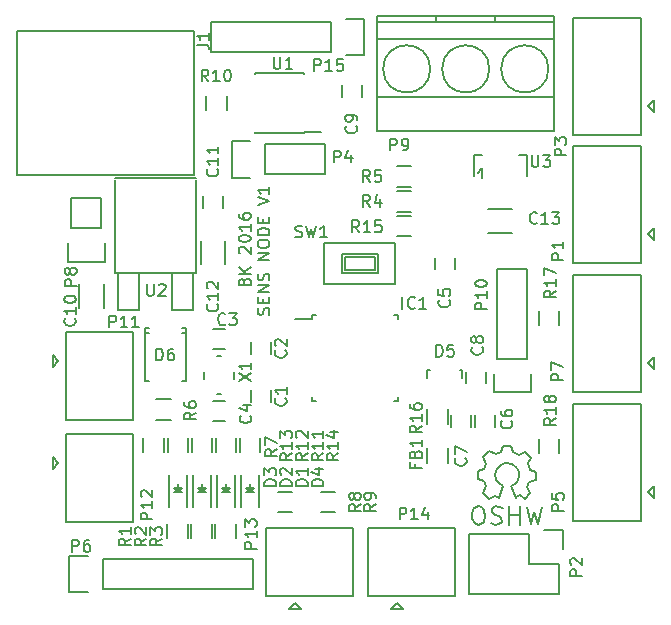
<source format=gto>
G04 #@! TF.FileFunction,Legend,Top*
%FSLAX46Y46*%
G04 Gerber Fmt 4.6, Leading zero omitted, Abs format (unit mm)*
G04 Created by KiCad (PCBNEW 4.0.2-stable) date 3/23/2016 2:13:11 PM*
%MOMM*%
G01*
G04 APERTURE LIST*
%ADD10C,0.100000*%
%ADD11C,0.150000*%
G04 APERTURE END LIST*
D10*
D11*
X105719571Y-92820785D02*
X105767190Y-92677928D01*
X105814810Y-92630309D01*
X105910048Y-92582690D01*
X106052905Y-92582690D01*
X106148143Y-92630309D01*
X106195762Y-92677928D01*
X106243381Y-92773166D01*
X106243381Y-93154119D01*
X105243381Y-93154119D01*
X105243381Y-92820785D01*
X105291000Y-92725547D01*
X105338619Y-92677928D01*
X105433857Y-92630309D01*
X105529095Y-92630309D01*
X105624333Y-92677928D01*
X105671952Y-92725547D01*
X105719571Y-92820785D01*
X105719571Y-93154119D01*
X106243381Y-92154119D02*
X105243381Y-92154119D01*
X106243381Y-91582690D02*
X105671952Y-92011262D01*
X105243381Y-91582690D02*
X105814810Y-92154119D01*
X105338619Y-90439833D02*
X105291000Y-90392214D01*
X105243381Y-90296976D01*
X105243381Y-90058880D01*
X105291000Y-89963642D01*
X105338619Y-89916023D01*
X105433857Y-89868404D01*
X105529095Y-89868404D01*
X105671952Y-89916023D01*
X106243381Y-90487452D01*
X106243381Y-89868404D01*
X105243381Y-89249357D02*
X105243381Y-89154118D01*
X105291000Y-89058880D01*
X105338619Y-89011261D01*
X105433857Y-88963642D01*
X105624333Y-88916023D01*
X105862429Y-88916023D01*
X106052905Y-88963642D01*
X106148143Y-89011261D01*
X106195762Y-89058880D01*
X106243381Y-89154118D01*
X106243381Y-89249357D01*
X106195762Y-89344595D01*
X106148143Y-89392214D01*
X106052905Y-89439833D01*
X105862429Y-89487452D01*
X105624333Y-89487452D01*
X105433857Y-89439833D01*
X105338619Y-89392214D01*
X105291000Y-89344595D01*
X105243381Y-89249357D01*
X106243381Y-87963642D02*
X106243381Y-88535071D01*
X106243381Y-88249357D02*
X105243381Y-88249357D01*
X105386238Y-88344595D01*
X105481476Y-88439833D01*
X105529095Y-88535071D01*
X105243381Y-87106499D02*
X105243381Y-87296976D01*
X105291000Y-87392214D01*
X105338619Y-87439833D01*
X105481476Y-87535071D01*
X105671952Y-87582690D01*
X106052905Y-87582690D01*
X106148143Y-87535071D01*
X106195762Y-87487452D01*
X106243381Y-87392214D01*
X106243381Y-87201737D01*
X106195762Y-87106499D01*
X106148143Y-87058880D01*
X106052905Y-87011261D01*
X105814810Y-87011261D01*
X105719571Y-87058880D01*
X105671952Y-87106499D01*
X105624333Y-87201737D01*
X105624333Y-87392214D01*
X105671952Y-87487452D01*
X105719571Y-87535071D01*
X105814810Y-87582690D01*
X107783262Y-95638262D02*
X107830881Y-95495405D01*
X107830881Y-95257309D01*
X107783262Y-95162071D01*
X107735643Y-95114452D01*
X107640405Y-95066833D01*
X107545167Y-95066833D01*
X107449929Y-95114452D01*
X107402310Y-95162071D01*
X107354690Y-95257309D01*
X107307071Y-95447786D01*
X107259452Y-95543024D01*
X107211833Y-95590643D01*
X107116595Y-95638262D01*
X107021357Y-95638262D01*
X106926119Y-95590643D01*
X106878500Y-95543024D01*
X106830881Y-95447786D01*
X106830881Y-95209690D01*
X106878500Y-95066833D01*
X107307071Y-94638262D02*
X107307071Y-94304928D01*
X107830881Y-94162071D02*
X107830881Y-94638262D01*
X106830881Y-94638262D01*
X106830881Y-94162071D01*
X107830881Y-93733500D02*
X106830881Y-93733500D01*
X107830881Y-93162071D01*
X106830881Y-93162071D01*
X107783262Y-92733500D02*
X107830881Y-92590643D01*
X107830881Y-92352547D01*
X107783262Y-92257309D01*
X107735643Y-92209690D01*
X107640405Y-92162071D01*
X107545167Y-92162071D01*
X107449929Y-92209690D01*
X107402310Y-92257309D01*
X107354690Y-92352547D01*
X107307071Y-92543024D01*
X107259452Y-92638262D01*
X107211833Y-92685881D01*
X107116595Y-92733500D01*
X107021357Y-92733500D01*
X106926119Y-92685881D01*
X106878500Y-92638262D01*
X106830881Y-92543024D01*
X106830881Y-92304928D01*
X106878500Y-92162071D01*
X107830881Y-90971595D02*
X106830881Y-90971595D01*
X107830881Y-90400166D01*
X106830881Y-90400166D01*
X106830881Y-89733500D02*
X106830881Y-89543023D01*
X106878500Y-89447785D01*
X106973738Y-89352547D01*
X107164214Y-89304928D01*
X107497548Y-89304928D01*
X107688024Y-89352547D01*
X107783262Y-89447785D01*
X107830881Y-89543023D01*
X107830881Y-89733500D01*
X107783262Y-89828738D01*
X107688024Y-89923976D01*
X107497548Y-89971595D01*
X107164214Y-89971595D01*
X106973738Y-89923976D01*
X106878500Y-89828738D01*
X106830881Y-89733500D01*
X107830881Y-88876357D02*
X106830881Y-88876357D01*
X106830881Y-88638262D01*
X106878500Y-88495404D01*
X106973738Y-88400166D01*
X107068976Y-88352547D01*
X107259452Y-88304928D01*
X107402310Y-88304928D01*
X107592786Y-88352547D01*
X107688024Y-88400166D01*
X107783262Y-88495404D01*
X107830881Y-88638262D01*
X107830881Y-88876357D01*
X107307071Y-87876357D02*
X107307071Y-87543023D01*
X107830881Y-87400166D02*
X107830881Y-87876357D01*
X106830881Y-87876357D01*
X106830881Y-87400166D01*
X106830881Y-86352547D02*
X107830881Y-86019214D01*
X106830881Y-85685880D01*
X107830881Y-84828737D02*
X107830881Y-85400166D01*
X107830881Y-85114452D02*
X106830881Y-85114452D01*
X106973738Y-85209690D01*
X107068976Y-85304928D01*
X107116595Y-85400166D01*
X114300000Y-70586000D02*
X115850000Y-70586000D01*
X115850000Y-70586000D02*
X115850000Y-73686000D01*
X115850000Y-73686000D02*
X114300000Y-73686000D01*
X113030000Y-73406000D02*
X102870000Y-73406000D01*
X102870000Y-73406000D02*
X102870000Y-70866000D01*
X102870000Y-70866000D02*
X113030000Y-70866000D01*
X113030000Y-73406000D02*
X113030000Y-70866000D01*
X107974500Y-103052500D02*
X107974500Y-102052500D01*
X106274500Y-102052500D02*
X106274500Y-103052500D01*
X106274500Y-97988500D02*
X106274500Y-98988500D01*
X107974500Y-98988500D02*
X107974500Y-97988500D01*
X104068500Y-96876500D02*
X103068500Y-96876500D01*
X103068500Y-98576500D02*
X104068500Y-98576500D01*
X103068500Y-104672500D02*
X104068500Y-104672500D01*
X104068500Y-102972500D02*
X103068500Y-102972500D01*
X121832000Y-90813000D02*
X121832000Y-91813000D01*
X123532000Y-91813000D02*
X123532000Y-90813000D01*
X125261000Y-104164000D02*
X125261000Y-105164000D01*
X126961000Y-105164000D02*
X126961000Y-104164000D01*
X123229000Y-104164000D02*
X123229000Y-105164000D01*
X124929000Y-105164000D02*
X124929000Y-104164000D01*
X124499000Y-100465000D02*
X124499000Y-101465000D01*
X126199000Y-101465000D02*
X126199000Y-100465000D01*
X123981160Y-100314760D02*
X123932900Y-100314760D01*
X121182180Y-101015800D02*
X121182180Y-100314760D01*
X121182180Y-100314760D02*
X121431100Y-100314760D01*
X123981160Y-100314760D02*
X124181820Y-100314760D01*
X124181820Y-100314760D02*
X124181820Y-101015800D01*
X122922000Y-106969000D02*
X122922000Y-108169000D01*
X121172000Y-108169000D02*
X121172000Y-106969000D01*
X111437000Y-95689000D02*
X111437000Y-96014000D01*
X118687000Y-95689000D02*
X118687000Y-96014000D01*
X118687000Y-102939000D02*
X118687000Y-102614000D01*
X111437000Y-102939000D02*
X111437000Y-102614000D01*
X111437000Y-95689000D02*
X111762000Y-95689000D01*
X111437000Y-102939000D02*
X111762000Y-102939000D01*
X118687000Y-102939000D02*
X118362000Y-102939000D01*
X118687000Y-95689000D02*
X118362000Y-95689000D01*
X111437000Y-96014000D02*
X110012000Y-96014000D01*
X129857500Y-114173000D02*
X124777500Y-114173000D01*
X132677500Y-113893000D02*
X132677500Y-115443000D01*
X132397500Y-116713000D02*
X129857500Y-116713000D01*
X129857500Y-116713000D02*
X129857500Y-114173000D01*
X124777500Y-114173000D02*
X124777500Y-119253000D01*
X124777500Y-119253000D02*
X129857500Y-119253000D01*
X132677500Y-113893000D02*
X131127500Y-113893000D01*
X132397500Y-119253000D02*
X132397500Y-116713000D01*
X129857500Y-119253000D02*
X132397500Y-119253000D01*
X107505500Y-83756500D02*
X112585500Y-83756500D01*
X112585500Y-83756500D02*
X112585500Y-81216500D01*
X112585500Y-81216500D02*
X107505500Y-81216500D01*
X104685500Y-80936500D02*
X106235500Y-80936500D01*
X107505500Y-81216500D02*
X107505500Y-83756500D01*
X106235500Y-84036500D02*
X104685500Y-84036500D01*
X104685500Y-84036500D02*
X104685500Y-80936500D01*
X93726000Y-116332000D02*
X106426000Y-116332000D01*
X106426000Y-116332000D02*
X106426000Y-118872000D01*
X106426000Y-118872000D02*
X93726000Y-118872000D01*
X90906000Y-116052000D02*
X92456000Y-116052000D01*
X93726000Y-116332000D02*
X93726000Y-118872000D01*
X92456000Y-119152000D02*
X90906000Y-119152000D01*
X90906000Y-119152000D02*
X90906000Y-116052000D01*
X121460000Y-74830000D02*
G75*
G03X121460000Y-74830000I-2000000J0D01*
G01*
X121960000Y-70830000D02*
X121960000Y-70330000D01*
X126960000Y-70830000D02*
X126960000Y-70330000D01*
X126460000Y-74830000D02*
G75*
G03X126460000Y-74830000I-2000000J0D01*
G01*
X131460000Y-74830000D02*
G75*
G03X131460000Y-74830000I-2000000J0D01*
G01*
X131960000Y-72330000D02*
X116960000Y-72330000D01*
X131960000Y-77230000D02*
X116960000Y-77230000D01*
X131960000Y-70830000D02*
X116960000Y-70830000D01*
X131960000Y-70330000D02*
X116960000Y-70330000D01*
X116960000Y-70330000D02*
X116960000Y-80130000D01*
X116960000Y-80130000D02*
X131960000Y-80130000D01*
X131960000Y-80130000D02*
X131960000Y-70330000D01*
X100951000Y-113380000D02*
X100951000Y-114580000D01*
X99201000Y-114580000D02*
X99201000Y-113380000D01*
X102983000Y-113380000D02*
X102983000Y-114580000D01*
X101233000Y-114580000D02*
X101233000Y-113380000D01*
X105015000Y-113380000D02*
X105015000Y-114580000D01*
X103265000Y-114580000D02*
X103265000Y-113380000D01*
X119853000Y-86917500D02*
X118653000Y-86917500D01*
X118653000Y-85167500D02*
X119853000Y-85167500D01*
X119853000Y-84822000D02*
X118653000Y-84822000D01*
X118653000Y-83072000D02*
X119853000Y-83072000D01*
X99469500Y-104570500D02*
X98269500Y-104570500D01*
X98269500Y-102820500D02*
X99469500Y-102820500D01*
X97169000Y-107280000D02*
X97169000Y-106080000D01*
X98919000Y-106080000D02*
X98919000Y-107280000D01*
X108554000Y-110631000D02*
X109754000Y-110631000D01*
X109754000Y-112381000D02*
X108554000Y-112381000D01*
X113376000Y-112381000D02*
X112176000Y-112381000D01*
X112176000Y-110631000D02*
X113376000Y-110631000D01*
X104253000Y-77124000D02*
X104253000Y-78324000D01*
X102503000Y-78324000D02*
X102503000Y-77124000D01*
X105037608Y-106102270D02*
X105037608Y-107302270D01*
X103287608Y-107302270D02*
X103287608Y-106102270D01*
X103005608Y-106102270D02*
X103005608Y-107302270D01*
X101255608Y-107302270D02*
X101255608Y-106102270D01*
X100973608Y-106102270D02*
X100973608Y-107302270D01*
X99223608Y-107302270D02*
X99223608Y-106102270D01*
X107069608Y-106102270D02*
X107069608Y-107302270D01*
X105319608Y-107302270D02*
X105319608Y-106102270D01*
X119853000Y-89013000D02*
X118653000Y-89013000D01*
X118653000Y-87263000D02*
X119853000Y-87263000D01*
X122922000Y-103667000D02*
X122922000Y-104867000D01*
X121172000Y-104867000D02*
X121172000Y-103667000D01*
X110787000Y-80299000D02*
X110787000Y-80154000D01*
X106637000Y-80299000D02*
X106637000Y-80154000D01*
X106637000Y-75149000D02*
X106637000Y-75294000D01*
X110787000Y-75149000D02*
X110787000Y-75294000D01*
X110787000Y-80299000D02*
X106637000Y-80299000D01*
X110787000Y-75149000D02*
X106637000Y-75149000D01*
X110787000Y-80154000D02*
X112187000Y-80154000D01*
X115658000Y-77208000D02*
X115658000Y-76208000D01*
X113958000Y-76208000D02*
X113958000Y-77208000D01*
X116746390Y-91863220D02*
X114246390Y-91863220D01*
X114246390Y-91863220D02*
X114246390Y-90763220D01*
X114246390Y-90763220D02*
X116746390Y-90763220D01*
X116746390Y-90763220D02*
X116746390Y-91863220D01*
X116996390Y-90513220D02*
X113996390Y-90513220D01*
X116996390Y-92113220D02*
X113996390Y-92113220D01*
X113996390Y-92113220D02*
X113996390Y-90513220D01*
X116996390Y-92113220D02*
X116996390Y-90513220D01*
X118496390Y-89563220D02*
X112496390Y-89563220D01*
X118496390Y-93063220D02*
X112496390Y-93063220D01*
X118496390Y-93063220D02*
X118496390Y-89563220D01*
X112496390Y-93063220D02*
X112496390Y-89563220D01*
X116168000Y-113728000D02*
X123568000Y-113728000D01*
X116168000Y-119478000D02*
X123568000Y-119478000D01*
X116168000Y-113728000D02*
X116168000Y-119478000D01*
X123568000Y-113728000D02*
X123568000Y-119478000D01*
X118118000Y-120578000D02*
X119118000Y-120578000D01*
X118618000Y-120078000D02*
X119118000Y-120578000D01*
X118618000Y-120078000D02*
X118118000Y-120578000D01*
X107532000Y-113728000D02*
X114932000Y-113728000D01*
X107532000Y-119478000D02*
X114932000Y-119478000D01*
X107532000Y-113728000D02*
X107532000Y-119478000D01*
X114932000Y-113728000D02*
X114932000Y-119478000D01*
X109482000Y-120578000D02*
X110482000Y-120578000D01*
X109982000Y-120078000D02*
X110482000Y-120578000D01*
X109982000Y-120078000D02*
X109482000Y-120578000D01*
X96330000Y-105754000D02*
X96330000Y-113154000D01*
X90580000Y-105754000D02*
X90580000Y-113154000D01*
X96330000Y-105754000D02*
X90580000Y-105754000D01*
X96330000Y-113154000D02*
X90580000Y-113154000D01*
X89480000Y-107704000D02*
X89480000Y-108704000D01*
X89980000Y-108204000D02*
X89480000Y-108704000D01*
X89980000Y-108204000D02*
X89480000Y-107704000D01*
X96330000Y-97118000D02*
X96330000Y-104518000D01*
X90580000Y-97118000D02*
X90580000Y-104518000D01*
X96330000Y-97118000D02*
X90580000Y-97118000D01*
X96330000Y-104518000D02*
X90580000Y-104518000D01*
X89480000Y-99068000D02*
X89480000Y-100068000D01*
X89980000Y-99568000D02*
X89480000Y-100068000D01*
X89980000Y-99568000D02*
X89480000Y-99068000D01*
X93798500Y-95043500D02*
X93798500Y-93043500D01*
X91748500Y-93043500D02*
X91748500Y-95043500D01*
X103910500Y-86606000D02*
X103910500Y-85606000D01*
X102210500Y-85606000D02*
X102210500Y-86606000D01*
X102035500Y-89360500D02*
X102035500Y-91360500D01*
X104085500Y-91360500D02*
X104085500Y-89360500D01*
X126381000Y-88718500D02*
X128381000Y-88718500D01*
X128381000Y-86668500D02*
X126381000Y-86668500D01*
X97309940Y-97197360D02*
X97660460Y-97197360D01*
X100810060Y-97197360D02*
X100459540Y-97197360D01*
X97309940Y-101246940D02*
X97660460Y-101246940D01*
X97309940Y-96746060D02*
X97660460Y-96746060D01*
X100810060Y-96746060D02*
X100459540Y-96746060D01*
X100810060Y-101246940D02*
X100459540Y-101246940D01*
X97309940Y-96746060D02*
X97309940Y-101246940D01*
X100810060Y-96746060D02*
X100810060Y-101246940D01*
X99631500Y-92075000D02*
X99631500Y-95250000D01*
X99631500Y-95250000D02*
X101409500Y-95250000D01*
X101409500Y-95250000D02*
X101409500Y-92075000D01*
X95059500Y-92075000D02*
X95059500Y-95250000D01*
X95059500Y-95250000D02*
X96837500Y-95250000D01*
X96837500Y-95250000D02*
X96837500Y-92075000D01*
X101663500Y-85979000D02*
X101663500Y-92075000D01*
X101663500Y-92075000D02*
X94805500Y-92075000D01*
X94805500Y-92075000D02*
X94805500Y-84201000D01*
X94805500Y-84074000D02*
X101663500Y-84074000D01*
X101663500Y-84201000D02*
X101663500Y-85979000D01*
X125503940Y-83629500D02*
X125752860Y-83329780D01*
X125752860Y-83329780D02*
X125854460Y-83179920D01*
X125854460Y-83179920D02*
X125854460Y-84028280D01*
X125153420Y-82128360D02*
X125153420Y-83929220D01*
X125153420Y-82128360D02*
X125803660Y-82128360D01*
X129654300Y-82128360D02*
X129654300Y-83929220D01*
X129654300Y-82128360D02*
X129004060Y-82128360D01*
X104912608Y-111924270D02*
X104912608Y-109224270D01*
X103412608Y-111924270D02*
X103412608Y-109224270D01*
X104312608Y-110424270D02*
X104062608Y-110424270D01*
X104062608Y-110424270D02*
X104212608Y-110574270D01*
X103812608Y-110674270D02*
X104512608Y-110674270D01*
X104162608Y-110324270D02*
X104162608Y-109974270D01*
X104162608Y-110674270D02*
X103812608Y-110324270D01*
X103812608Y-110324270D02*
X104512608Y-110324270D01*
X104512608Y-110324270D02*
X104162608Y-110674270D01*
X102880608Y-111924270D02*
X102880608Y-109224270D01*
X101380608Y-111924270D02*
X101380608Y-109224270D01*
X102280608Y-110424270D02*
X102030608Y-110424270D01*
X102030608Y-110424270D02*
X102180608Y-110574270D01*
X101780608Y-110674270D02*
X102480608Y-110674270D01*
X102130608Y-110324270D02*
X102130608Y-109974270D01*
X102130608Y-110674270D02*
X101780608Y-110324270D01*
X101780608Y-110324270D02*
X102480608Y-110324270D01*
X102480608Y-110324270D02*
X102130608Y-110674270D01*
X100848608Y-111924270D02*
X100848608Y-109224270D01*
X99348608Y-111924270D02*
X99348608Y-109224270D01*
X100248608Y-110424270D02*
X99998608Y-110424270D01*
X99998608Y-110424270D02*
X100148608Y-110574270D01*
X99748608Y-110674270D02*
X100448608Y-110674270D01*
X100098608Y-110324270D02*
X100098608Y-109974270D01*
X100098608Y-110674270D02*
X99748608Y-110324270D01*
X99748608Y-110324270D02*
X100448608Y-110324270D01*
X100448608Y-110324270D02*
X100098608Y-110674270D01*
X106944608Y-111924270D02*
X106944608Y-109224270D01*
X105444608Y-111924270D02*
X105444608Y-109224270D01*
X106344608Y-110424270D02*
X106094608Y-110424270D01*
X106094608Y-110424270D02*
X106244608Y-110574270D01*
X105844608Y-110674270D02*
X106544608Y-110674270D01*
X106194608Y-110324270D02*
X106194608Y-109974270D01*
X106194608Y-110674270D02*
X105844608Y-110324270D01*
X105844608Y-110324270D02*
X106544608Y-110324270D01*
X106544608Y-110324270D02*
X106194608Y-110674270D01*
X91059000Y-88328500D02*
X91059000Y-85788500D01*
X90779000Y-91148500D02*
X90779000Y-89598500D01*
X91059000Y-88328500D02*
X93599000Y-88328500D01*
X93879000Y-89598500D02*
X93879000Y-91148500D01*
X93879000Y-91148500D02*
X90779000Y-91148500D01*
X93599000Y-88328500D02*
X93599000Y-85788500D01*
X93599000Y-85788500D02*
X91059000Y-85788500D01*
X129667000Y-99377500D02*
X129667000Y-91757500D01*
X127127000Y-99377500D02*
X127127000Y-91757500D01*
X126847000Y-102197500D02*
X126847000Y-100647500D01*
X129667000Y-91757500D02*
X127127000Y-91757500D01*
X127127000Y-99377500D02*
X129667000Y-99377500D01*
X129947000Y-100647500D02*
X129947000Y-102197500D01*
X129947000Y-102197500D02*
X126847000Y-102197500D01*
X132383500Y-95351000D02*
X132383500Y-96551000D01*
X130633500Y-96551000D02*
X130633500Y-95351000D01*
X132383500Y-106141000D02*
X132383500Y-107341000D01*
X130633500Y-107341000D02*
X130633500Y-106141000D01*
X129621280Y-111909860D02*
X129981960Y-113380520D01*
X129981960Y-113380520D02*
X130261360Y-112318800D01*
X130261360Y-112318800D02*
X130571240Y-113390680D01*
X130571240Y-113390680D02*
X130911600Y-111940340D01*
X128201420Y-112600740D02*
X128991360Y-112590580D01*
X128991360Y-112590580D02*
X129001520Y-112600740D01*
X129001520Y-112600740D02*
X129001520Y-112590580D01*
X129042160Y-111879380D02*
X129042160Y-113421160D01*
X128153160Y-111869220D02*
X128153160Y-113438940D01*
X128153160Y-113438940D02*
X128163320Y-113428780D01*
X127601980Y-111970820D02*
X127251460Y-111889540D01*
X127251460Y-111889540D02*
X126931420Y-111879380D01*
X126931420Y-111879380D02*
X126692660Y-112080040D01*
X126692660Y-112080040D02*
X126662180Y-112349280D01*
X126662180Y-112349280D02*
X126903480Y-112590580D01*
X126903480Y-112590580D02*
X127292100Y-112720120D01*
X127292100Y-112720120D02*
X127472440Y-112880140D01*
X127472440Y-112880140D02*
X127513080Y-113179860D01*
X127513080Y-113179860D02*
X127281940Y-113400840D01*
X127281940Y-113400840D02*
X126961900Y-113428780D01*
X126961900Y-113428780D02*
X126611380Y-113319560D01*
X125572520Y-111869220D02*
X125323600Y-111889540D01*
X125323600Y-111889540D02*
X125082300Y-112130840D01*
X125082300Y-112130840D02*
X124993400Y-112621060D01*
X124993400Y-112621060D02*
X125021340Y-112969040D01*
X125021340Y-112969040D02*
X125222000Y-113289080D01*
X125222000Y-113289080D02*
X125473460Y-113411000D01*
X125473460Y-113411000D02*
X125783340Y-113339880D01*
X125783340Y-113339880D02*
X126001780Y-113159540D01*
X126001780Y-113159540D02*
X126072900Y-112699800D01*
X126072900Y-112699800D02*
X126022100Y-112290860D01*
X126022100Y-112290860D02*
X125912880Y-112008920D01*
X125912880Y-112008920D02*
X125552200Y-111879380D01*
X126171960Y-110149640D02*
X125912880Y-110710980D01*
X125912880Y-110710980D02*
X126451360Y-111229140D01*
X126451360Y-111229140D02*
X126972060Y-110959900D01*
X126972060Y-110959900D02*
X127251460Y-111119920D01*
X128691640Y-111099600D02*
X129021840Y-110909100D01*
X129021840Y-110909100D02*
X129461260Y-111239300D01*
X129461260Y-111239300D02*
X129933700Y-110749080D01*
X129933700Y-110749080D02*
X129651760Y-110269020D01*
X129651760Y-110269020D02*
X129842260Y-109799120D01*
X129842260Y-109799120D02*
X130451860Y-109611160D01*
X130451860Y-109611160D02*
X130451860Y-108930440D01*
X130451860Y-108930440D02*
X129893060Y-108790740D01*
X129893060Y-108790740D02*
X129692400Y-108219240D01*
X129692400Y-108219240D02*
X129961640Y-107749340D01*
X129961640Y-107749340D02*
X129491740Y-107238800D01*
X129491740Y-107238800D02*
X128973580Y-107500420D01*
X128973580Y-107500420D02*
X128503680Y-107299760D01*
X128503680Y-107299760D02*
X128333500Y-106758740D01*
X128333500Y-106758740D02*
X127642620Y-106740960D01*
X127642620Y-106740960D02*
X127431800Y-107289600D01*
X127431800Y-107289600D02*
X127012700Y-107459780D01*
X127012700Y-107459780D02*
X126461520Y-107190540D01*
X126461520Y-107190540D02*
X125943360Y-107718860D01*
X125943360Y-107718860D02*
X126192280Y-108259880D01*
X126192280Y-108259880D02*
X126022100Y-108739940D01*
X126022100Y-108739940D02*
X125473460Y-108839000D01*
X125473460Y-108839000D02*
X125463300Y-109540040D01*
X125463300Y-109540040D02*
X126022100Y-109740700D01*
X126022100Y-109740700D02*
X126161800Y-110139480D01*
X128303020Y-110119160D02*
X128602740Y-109969300D01*
X128602740Y-109969300D02*
X128803400Y-109771180D01*
X128803400Y-109771180D02*
X128953260Y-109369860D01*
X128953260Y-109369860D02*
X128953260Y-108971080D01*
X128953260Y-108971080D02*
X128803400Y-108620560D01*
X128803400Y-108620560D02*
X128351280Y-108270040D01*
X128351280Y-108270040D02*
X127901700Y-108219240D01*
X127901700Y-108219240D02*
X127502920Y-108320840D01*
X127502920Y-108320840D02*
X127101600Y-108668820D01*
X127101600Y-108668820D02*
X126951740Y-109120940D01*
X126951740Y-109120940D02*
X127002540Y-109618780D01*
X127002540Y-109618780D02*
X127251460Y-109921040D01*
X127251460Y-109921040D02*
X127601980Y-110119160D01*
X127601980Y-110119160D02*
X127251460Y-111119920D01*
X128303020Y-110119160D02*
X128701800Y-111119920D01*
X101456000Y-71624000D02*
X86456000Y-71624000D01*
X101456000Y-83824000D02*
X86456000Y-83824000D01*
X86456000Y-71624000D02*
X86456000Y-83824000D01*
X101456000Y-71624000D02*
X101456000Y-83824000D01*
X133540000Y-102192000D02*
X133540000Y-92292000D01*
X139290000Y-102192000D02*
X139290000Y-92292000D01*
X133540000Y-102192000D02*
X139290000Y-102192000D01*
X133540000Y-92292000D02*
X139290000Y-92292000D01*
X140390000Y-100242000D02*
X140390000Y-99242000D01*
X139890000Y-99742000D02*
X140390000Y-99242000D01*
X139890000Y-99742000D02*
X140390000Y-100242000D01*
X133540000Y-113114000D02*
X133540000Y-103214000D01*
X139290000Y-113114000D02*
X139290000Y-103214000D01*
X133540000Y-113114000D02*
X139290000Y-113114000D01*
X133540000Y-103214000D02*
X139290000Y-103214000D01*
X140390000Y-111164000D02*
X140390000Y-110164000D01*
X139890000Y-110664000D02*
X140390000Y-110164000D01*
X139890000Y-110664000D02*
X140390000Y-111164000D01*
X133540000Y-80428000D02*
X133540000Y-70528000D01*
X139290000Y-80428000D02*
X139290000Y-70528000D01*
X133540000Y-80428000D02*
X139290000Y-80428000D01*
X133540000Y-70528000D02*
X139290000Y-70528000D01*
X140390000Y-78478000D02*
X140390000Y-77478000D01*
X139890000Y-77978000D02*
X140390000Y-77478000D01*
X139890000Y-77978000D02*
X140390000Y-78478000D01*
X133540000Y-91270000D02*
X133540000Y-81370000D01*
X139290000Y-91270000D02*
X139290000Y-81370000D01*
X133540000Y-91270000D02*
X139290000Y-91270000D01*
X133540000Y-81370000D02*
X139290000Y-81370000D01*
X140390000Y-89320000D02*
X140390000Y-88320000D01*
X139890000Y-88820000D02*
X140390000Y-88320000D01*
X139890000Y-88820000D02*
X140390000Y-89320000D01*
X104868500Y-100474500D02*
X104868500Y-101074500D01*
X103768500Y-102374500D02*
X103368500Y-102374500D01*
X102268500Y-101074500D02*
X102268500Y-100474500D01*
X103368500Y-99174500D02*
X103768500Y-99174500D01*
X111625214Y-75001381D02*
X111625214Y-74001381D01*
X112006167Y-74001381D01*
X112101405Y-74049000D01*
X112149024Y-74096619D01*
X112196643Y-74191857D01*
X112196643Y-74334714D01*
X112149024Y-74429952D01*
X112101405Y-74477571D01*
X112006167Y-74525190D01*
X111625214Y-74525190D01*
X113149024Y-75001381D02*
X112577595Y-75001381D01*
X112863309Y-75001381D02*
X112863309Y-74001381D01*
X112768071Y-74144238D01*
X112672833Y-74239476D01*
X112577595Y-74287095D01*
X114053786Y-74001381D02*
X113577595Y-74001381D01*
X113529976Y-74477571D01*
X113577595Y-74429952D01*
X113672833Y-74382333D01*
X113910929Y-74382333D01*
X114006167Y-74429952D01*
X114053786Y-74477571D01*
X114101405Y-74572810D01*
X114101405Y-74810905D01*
X114053786Y-74906143D01*
X114006167Y-74953762D01*
X113910929Y-75001381D01*
X113672833Y-75001381D01*
X113577595Y-74953762D01*
X113529976Y-74906143D01*
X109196143Y-102719166D02*
X109243762Y-102766785D01*
X109291381Y-102909642D01*
X109291381Y-103004880D01*
X109243762Y-103147738D01*
X109148524Y-103242976D01*
X109053286Y-103290595D01*
X108862810Y-103338214D01*
X108719952Y-103338214D01*
X108529476Y-103290595D01*
X108434238Y-103242976D01*
X108339000Y-103147738D01*
X108291381Y-103004880D01*
X108291381Y-102909642D01*
X108339000Y-102766785D01*
X108386619Y-102719166D01*
X109291381Y-101766785D02*
X109291381Y-102338214D01*
X109291381Y-102052500D02*
X108291381Y-102052500D01*
X108434238Y-102147738D01*
X108529476Y-102242976D01*
X108577095Y-102338214D01*
X109196143Y-98655166D02*
X109243762Y-98702785D01*
X109291381Y-98845642D01*
X109291381Y-98940880D01*
X109243762Y-99083738D01*
X109148524Y-99178976D01*
X109053286Y-99226595D01*
X108862810Y-99274214D01*
X108719952Y-99274214D01*
X108529476Y-99226595D01*
X108434238Y-99178976D01*
X108339000Y-99083738D01*
X108291381Y-98940880D01*
X108291381Y-98845642D01*
X108339000Y-98702785D01*
X108386619Y-98655166D01*
X108386619Y-98274214D02*
X108339000Y-98226595D01*
X108291381Y-98131357D01*
X108291381Y-97893261D01*
X108339000Y-97798023D01*
X108386619Y-97750404D01*
X108481857Y-97702785D01*
X108577095Y-97702785D01*
X108719952Y-97750404D01*
X109291381Y-98321833D01*
X109291381Y-97702785D01*
X104100334Y-96432643D02*
X104052715Y-96480262D01*
X103909858Y-96527881D01*
X103814620Y-96527881D01*
X103671762Y-96480262D01*
X103576524Y-96385024D01*
X103528905Y-96289786D01*
X103481286Y-96099310D01*
X103481286Y-95956452D01*
X103528905Y-95765976D01*
X103576524Y-95670738D01*
X103671762Y-95575500D01*
X103814620Y-95527881D01*
X103909858Y-95527881D01*
X104052715Y-95575500D01*
X104100334Y-95623119D01*
X104433667Y-95527881D02*
X105052715Y-95527881D01*
X104719381Y-95908833D01*
X104862239Y-95908833D01*
X104957477Y-95956452D01*
X105005096Y-96004071D01*
X105052715Y-96099310D01*
X105052715Y-96337405D01*
X105005096Y-96432643D01*
X104957477Y-96480262D01*
X104862239Y-96527881D01*
X104576524Y-96527881D01*
X104481286Y-96480262D01*
X104433667Y-96432643D01*
X106211643Y-104179666D02*
X106259262Y-104227285D01*
X106306881Y-104370142D01*
X106306881Y-104465380D01*
X106259262Y-104608238D01*
X106164024Y-104703476D01*
X106068786Y-104751095D01*
X105878310Y-104798714D01*
X105735452Y-104798714D01*
X105544976Y-104751095D01*
X105449738Y-104703476D01*
X105354500Y-104608238D01*
X105306881Y-104465380D01*
X105306881Y-104370142D01*
X105354500Y-104227285D01*
X105402119Y-104179666D01*
X105640214Y-103322523D02*
X106306881Y-103322523D01*
X105259262Y-103560619D02*
X105973548Y-103798714D01*
X105973548Y-103179666D01*
X123039143Y-94400666D02*
X123086762Y-94448285D01*
X123134381Y-94591142D01*
X123134381Y-94686380D01*
X123086762Y-94829238D01*
X122991524Y-94924476D01*
X122896286Y-94972095D01*
X122705810Y-95019714D01*
X122562952Y-95019714D01*
X122372476Y-94972095D01*
X122277238Y-94924476D01*
X122182000Y-94829238D01*
X122134381Y-94686380D01*
X122134381Y-94591142D01*
X122182000Y-94448285D01*
X122229619Y-94400666D01*
X122134381Y-93495904D02*
X122134381Y-93972095D01*
X122610571Y-94019714D01*
X122562952Y-93972095D01*
X122515333Y-93876857D01*
X122515333Y-93638761D01*
X122562952Y-93543523D01*
X122610571Y-93495904D01*
X122705810Y-93448285D01*
X122943905Y-93448285D01*
X123039143Y-93495904D01*
X123086762Y-93543523D01*
X123134381Y-93638761D01*
X123134381Y-93876857D01*
X123086762Y-93972095D01*
X123039143Y-94019714D01*
X128309643Y-104624166D02*
X128357262Y-104671785D01*
X128404881Y-104814642D01*
X128404881Y-104909880D01*
X128357262Y-105052738D01*
X128262024Y-105147976D01*
X128166786Y-105195595D01*
X127976310Y-105243214D01*
X127833452Y-105243214D01*
X127642976Y-105195595D01*
X127547738Y-105147976D01*
X127452500Y-105052738D01*
X127404881Y-104909880D01*
X127404881Y-104814642D01*
X127452500Y-104671785D01*
X127500119Y-104624166D01*
X127404881Y-103767023D02*
X127404881Y-103957500D01*
X127452500Y-104052738D01*
X127500119Y-104100357D01*
X127642976Y-104195595D01*
X127833452Y-104243214D01*
X128214405Y-104243214D01*
X128309643Y-104195595D01*
X128357262Y-104147976D01*
X128404881Y-104052738D01*
X128404881Y-103862261D01*
X128357262Y-103767023D01*
X128309643Y-103719404D01*
X128214405Y-103671785D01*
X127976310Y-103671785D01*
X127881071Y-103719404D01*
X127833452Y-103767023D01*
X127785833Y-103862261D01*
X127785833Y-104052738D01*
X127833452Y-104147976D01*
X127881071Y-104195595D01*
X127976310Y-104243214D01*
X124436143Y-107799166D02*
X124483762Y-107846785D01*
X124531381Y-107989642D01*
X124531381Y-108084880D01*
X124483762Y-108227738D01*
X124388524Y-108322976D01*
X124293286Y-108370595D01*
X124102810Y-108418214D01*
X123959952Y-108418214D01*
X123769476Y-108370595D01*
X123674238Y-108322976D01*
X123579000Y-108227738D01*
X123531381Y-108084880D01*
X123531381Y-107989642D01*
X123579000Y-107846785D01*
X123626619Y-107799166D01*
X123531381Y-107465833D02*
X123531381Y-106799166D01*
X124531381Y-107227738D01*
X125833143Y-98401166D02*
X125880762Y-98448785D01*
X125928381Y-98591642D01*
X125928381Y-98686880D01*
X125880762Y-98829738D01*
X125785524Y-98924976D01*
X125690286Y-98972595D01*
X125499810Y-99020214D01*
X125356952Y-99020214D01*
X125166476Y-98972595D01*
X125071238Y-98924976D01*
X124976000Y-98829738D01*
X124928381Y-98686880D01*
X124928381Y-98591642D01*
X124976000Y-98448785D01*
X125023619Y-98401166D01*
X125356952Y-97829738D02*
X125309333Y-97924976D01*
X125261714Y-97972595D01*
X125166476Y-98020214D01*
X125118857Y-98020214D01*
X125023619Y-97972595D01*
X124976000Y-97924976D01*
X124928381Y-97829738D01*
X124928381Y-97639261D01*
X124976000Y-97544023D01*
X125023619Y-97496404D01*
X125118857Y-97448785D01*
X125166476Y-97448785D01*
X125261714Y-97496404D01*
X125309333Y-97544023D01*
X125356952Y-97639261D01*
X125356952Y-97829738D01*
X125404571Y-97924976D01*
X125452190Y-97972595D01*
X125547429Y-98020214D01*
X125737905Y-98020214D01*
X125833143Y-97972595D01*
X125880762Y-97924976D01*
X125928381Y-97829738D01*
X125928381Y-97639261D01*
X125880762Y-97544023D01*
X125833143Y-97496404D01*
X125737905Y-97448785D01*
X125547429Y-97448785D01*
X125452190Y-97496404D01*
X125404571Y-97544023D01*
X125356952Y-97639261D01*
X121943905Y-99194881D02*
X121943905Y-98194881D01*
X122182000Y-98194881D01*
X122324858Y-98242500D01*
X122420096Y-98337738D01*
X122467715Y-98432976D01*
X122515334Y-98623452D01*
X122515334Y-98766310D01*
X122467715Y-98956786D01*
X122420096Y-99052024D01*
X122324858Y-99147262D01*
X122182000Y-99194881D01*
X121943905Y-99194881D01*
X123420096Y-98194881D02*
X122943905Y-98194881D01*
X122896286Y-98671071D01*
X122943905Y-98623452D01*
X123039143Y-98575833D01*
X123277239Y-98575833D01*
X123372477Y-98623452D01*
X123420096Y-98671071D01*
X123467715Y-98766310D01*
X123467715Y-99004405D01*
X123420096Y-99099643D01*
X123372477Y-99147262D01*
X123277239Y-99194881D01*
X123039143Y-99194881D01*
X122943905Y-99147262D01*
X122896286Y-99099643D01*
X120197571Y-108275333D02*
X120197571Y-108608667D01*
X120721381Y-108608667D02*
X119721381Y-108608667D01*
X119721381Y-108132476D01*
X120197571Y-107418190D02*
X120245190Y-107275333D01*
X120292810Y-107227714D01*
X120388048Y-107180095D01*
X120530905Y-107180095D01*
X120626143Y-107227714D01*
X120673762Y-107275333D01*
X120721381Y-107370571D01*
X120721381Y-107751524D01*
X119721381Y-107751524D01*
X119721381Y-107418190D01*
X119769000Y-107322952D01*
X119816619Y-107275333D01*
X119911857Y-107227714D01*
X120007095Y-107227714D01*
X120102333Y-107275333D01*
X120149952Y-107322952D01*
X120197571Y-107418190D01*
X120197571Y-107751524D01*
X120721381Y-106227714D02*
X120721381Y-106799143D01*
X120721381Y-106513429D02*
X119721381Y-106513429D01*
X119864238Y-106608667D01*
X119959476Y-106703905D01*
X120007095Y-106799143D01*
X119102310Y-95130881D02*
X119102310Y-94130881D01*
X120149929Y-95035643D02*
X120102310Y-95083262D01*
X119959453Y-95130881D01*
X119864215Y-95130881D01*
X119721357Y-95083262D01*
X119626119Y-94988024D01*
X119578500Y-94892786D01*
X119530881Y-94702310D01*
X119530881Y-94559452D01*
X119578500Y-94368976D01*
X119626119Y-94273738D01*
X119721357Y-94178500D01*
X119864215Y-94130881D01*
X119959453Y-94130881D01*
X120102310Y-94178500D01*
X120149929Y-94226119D01*
X121102310Y-95130881D02*
X120530881Y-95130881D01*
X120816595Y-95130881D02*
X120816595Y-94130881D01*
X120721357Y-94273738D01*
X120626119Y-94368976D01*
X120530881Y-94416595D01*
X134310381Y-117768595D02*
X133310381Y-117768595D01*
X133310381Y-117387642D01*
X133358000Y-117292404D01*
X133405619Y-117244785D01*
X133500857Y-117197166D01*
X133643714Y-117197166D01*
X133738952Y-117244785D01*
X133786571Y-117292404D01*
X133834190Y-117387642D01*
X133834190Y-117768595D01*
X133405619Y-116816214D02*
X133358000Y-116768595D01*
X133310381Y-116673357D01*
X133310381Y-116435261D01*
X133358000Y-116340023D01*
X133405619Y-116292404D01*
X133500857Y-116244785D01*
X133596095Y-116244785D01*
X133738952Y-116292404D01*
X134310381Y-116863833D01*
X134310381Y-116244785D01*
X113307905Y-82748381D02*
X113307905Y-81748381D01*
X113688858Y-81748381D01*
X113784096Y-81796000D01*
X113831715Y-81843619D01*
X113879334Y-81938857D01*
X113879334Y-82081714D01*
X113831715Y-82176952D01*
X113784096Y-82224571D01*
X113688858Y-82272190D01*
X113307905Y-82272190D01*
X114736477Y-82081714D02*
X114736477Y-82748381D01*
X114498381Y-81700762D02*
X114260286Y-82415048D01*
X114879334Y-82415048D01*
X91146405Y-115704881D02*
X91146405Y-114704881D01*
X91527358Y-114704881D01*
X91622596Y-114752500D01*
X91670215Y-114800119D01*
X91717834Y-114895357D01*
X91717834Y-115038214D01*
X91670215Y-115133452D01*
X91622596Y-115181071D01*
X91527358Y-115228690D01*
X91146405Y-115228690D01*
X92574977Y-114704881D02*
X92384500Y-114704881D01*
X92289262Y-114752500D01*
X92241643Y-114800119D01*
X92146405Y-114942976D01*
X92098786Y-115133452D01*
X92098786Y-115514405D01*
X92146405Y-115609643D01*
X92194024Y-115657262D01*
X92289262Y-115704881D01*
X92479739Y-115704881D01*
X92574977Y-115657262D01*
X92622596Y-115609643D01*
X92670215Y-115514405D01*
X92670215Y-115276310D01*
X92622596Y-115181071D01*
X92574977Y-115133452D01*
X92479739Y-115085833D01*
X92289262Y-115085833D01*
X92194024Y-115133452D01*
X92146405Y-115181071D01*
X92098786Y-115276310D01*
X118070405Y-81732381D02*
X118070405Y-80732381D01*
X118451358Y-80732381D01*
X118546596Y-80780000D01*
X118594215Y-80827619D01*
X118641834Y-80922857D01*
X118641834Y-81065714D01*
X118594215Y-81160952D01*
X118546596Y-81208571D01*
X118451358Y-81256190D01*
X118070405Y-81256190D01*
X119118024Y-81732381D02*
X119308500Y-81732381D01*
X119403739Y-81684762D01*
X119451358Y-81637143D01*
X119546596Y-81494286D01*
X119594215Y-81303810D01*
X119594215Y-80922857D01*
X119546596Y-80827619D01*
X119498977Y-80780000D01*
X119403739Y-80732381D01*
X119213262Y-80732381D01*
X119118024Y-80780000D01*
X119070405Y-80827619D01*
X119022786Y-80922857D01*
X119022786Y-81160952D01*
X119070405Y-81256190D01*
X119118024Y-81303810D01*
X119213262Y-81351429D01*
X119403739Y-81351429D01*
X119498977Y-81303810D01*
X119546596Y-81256190D01*
X119594215Y-81160952D01*
X96083381Y-114593666D02*
X95607190Y-114927000D01*
X96083381Y-115165095D02*
X95083381Y-115165095D01*
X95083381Y-114784142D01*
X95131000Y-114688904D01*
X95178619Y-114641285D01*
X95273857Y-114593666D01*
X95416714Y-114593666D01*
X95511952Y-114641285D01*
X95559571Y-114688904D01*
X95607190Y-114784142D01*
X95607190Y-115165095D01*
X96083381Y-113641285D02*
X96083381Y-114212714D01*
X96083381Y-113927000D02*
X95083381Y-113927000D01*
X95226238Y-114022238D01*
X95321476Y-114117476D01*
X95369095Y-114212714D01*
X97416881Y-114593666D02*
X96940690Y-114927000D01*
X97416881Y-115165095D02*
X96416881Y-115165095D01*
X96416881Y-114784142D01*
X96464500Y-114688904D01*
X96512119Y-114641285D01*
X96607357Y-114593666D01*
X96750214Y-114593666D01*
X96845452Y-114641285D01*
X96893071Y-114688904D01*
X96940690Y-114784142D01*
X96940690Y-115165095D01*
X96512119Y-114212714D02*
X96464500Y-114165095D01*
X96416881Y-114069857D01*
X96416881Y-113831761D01*
X96464500Y-113736523D01*
X96512119Y-113688904D01*
X96607357Y-113641285D01*
X96702595Y-113641285D01*
X96845452Y-113688904D01*
X97416881Y-114260333D01*
X97416881Y-113641285D01*
X98750381Y-114593666D02*
X98274190Y-114927000D01*
X98750381Y-115165095D02*
X97750381Y-115165095D01*
X97750381Y-114784142D01*
X97798000Y-114688904D01*
X97845619Y-114641285D01*
X97940857Y-114593666D01*
X98083714Y-114593666D01*
X98178952Y-114641285D01*
X98226571Y-114688904D01*
X98274190Y-114784142D01*
X98274190Y-115165095D01*
X97750381Y-114260333D02*
X97750381Y-113641285D01*
X98131333Y-113974619D01*
X98131333Y-113831761D01*
X98178952Y-113736523D01*
X98226571Y-113688904D01*
X98321810Y-113641285D01*
X98559905Y-113641285D01*
X98655143Y-113688904D01*
X98702762Y-113736523D01*
X98750381Y-113831761D01*
X98750381Y-114117476D01*
X98702762Y-114212714D01*
X98655143Y-114260333D01*
X116355834Y-86494881D02*
X116022500Y-86018690D01*
X115784405Y-86494881D02*
X115784405Y-85494881D01*
X116165358Y-85494881D01*
X116260596Y-85542500D01*
X116308215Y-85590119D01*
X116355834Y-85685357D01*
X116355834Y-85828214D01*
X116308215Y-85923452D01*
X116260596Y-85971071D01*
X116165358Y-86018690D01*
X115784405Y-86018690D01*
X117212977Y-85828214D02*
X117212977Y-86494881D01*
X116974881Y-85447262D02*
X116736786Y-86161548D01*
X117355834Y-86161548D01*
X116355834Y-84399381D02*
X116022500Y-83923190D01*
X115784405Y-84399381D02*
X115784405Y-83399381D01*
X116165358Y-83399381D01*
X116260596Y-83447000D01*
X116308215Y-83494619D01*
X116355834Y-83589857D01*
X116355834Y-83732714D01*
X116308215Y-83827952D01*
X116260596Y-83875571D01*
X116165358Y-83923190D01*
X115784405Y-83923190D01*
X117260596Y-83399381D02*
X116784405Y-83399381D01*
X116736786Y-83875571D01*
X116784405Y-83827952D01*
X116879643Y-83780333D01*
X117117739Y-83780333D01*
X117212977Y-83827952D01*
X117260596Y-83875571D01*
X117308215Y-83970810D01*
X117308215Y-84208905D01*
X117260596Y-84304143D01*
X117212977Y-84351762D01*
X117117739Y-84399381D01*
X116879643Y-84399381D01*
X116784405Y-84351762D01*
X116736786Y-84304143D01*
X101607881Y-103925666D02*
X101131690Y-104259000D01*
X101607881Y-104497095D02*
X100607881Y-104497095D01*
X100607881Y-104116142D01*
X100655500Y-104020904D01*
X100703119Y-103973285D01*
X100798357Y-103925666D01*
X100941214Y-103925666D01*
X101036452Y-103973285D01*
X101084071Y-104020904D01*
X101131690Y-104116142D01*
X101131690Y-104497095D01*
X100607881Y-103068523D02*
X100607881Y-103259000D01*
X100655500Y-103354238D01*
X100703119Y-103401857D01*
X100845976Y-103497095D01*
X101036452Y-103544714D01*
X101417405Y-103544714D01*
X101512643Y-103497095D01*
X101560262Y-103449476D01*
X101607881Y-103354238D01*
X101607881Y-103163761D01*
X101560262Y-103068523D01*
X101512643Y-103020904D01*
X101417405Y-102973285D01*
X101179310Y-102973285D01*
X101084071Y-103020904D01*
X101036452Y-103068523D01*
X100988833Y-103163761D01*
X100988833Y-103354238D01*
X101036452Y-103449476D01*
X101084071Y-103497095D01*
X101179310Y-103544714D01*
X108465881Y-107037166D02*
X107989690Y-107370500D01*
X108465881Y-107608595D02*
X107465881Y-107608595D01*
X107465881Y-107227642D01*
X107513500Y-107132404D01*
X107561119Y-107084785D01*
X107656357Y-107037166D01*
X107799214Y-107037166D01*
X107894452Y-107084785D01*
X107942071Y-107132404D01*
X107989690Y-107227642D01*
X107989690Y-107608595D01*
X107465881Y-106703833D02*
X107465881Y-106037166D01*
X108465881Y-106465738D01*
X115577881Y-111672666D02*
X115101690Y-112006000D01*
X115577881Y-112244095D02*
X114577881Y-112244095D01*
X114577881Y-111863142D01*
X114625500Y-111767904D01*
X114673119Y-111720285D01*
X114768357Y-111672666D01*
X114911214Y-111672666D01*
X115006452Y-111720285D01*
X115054071Y-111767904D01*
X115101690Y-111863142D01*
X115101690Y-112244095D01*
X115006452Y-111101238D02*
X114958833Y-111196476D01*
X114911214Y-111244095D01*
X114815976Y-111291714D01*
X114768357Y-111291714D01*
X114673119Y-111244095D01*
X114625500Y-111196476D01*
X114577881Y-111101238D01*
X114577881Y-110910761D01*
X114625500Y-110815523D01*
X114673119Y-110767904D01*
X114768357Y-110720285D01*
X114815976Y-110720285D01*
X114911214Y-110767904D01*
X114958833Y-110815523D01*
X115006452Y-110910761D01*
X115006452Y-111101238D01*
X115054071Y-111196476D01*
X115101690Y-111244095D01*
X115196929Y-111291714D01*
X115387405Y-111291714D01*
X115482643Y-111244095D01*
X115530262Y-111196476D01*
X115577881Y-111101238D01*
X115577881Y-110910761D01*
X115530262Y-110815523D01*
X115482643Y-110767904D01*
X115387405Y-110720285D01*
X115196929Y-110720285D01*
X115101690Y-110767904D01*
X115054071Y-110815523D01*
X115006452Y-110910761D01*
X116847881Y-111672666D02*
X116371690Y-112006000D01*
X116847881Y-112244095D02*
X115847881Y-112244095D01*
X115847881Y-111863142D01*
X115895500Y-111767904D01*
X115943119Y-111720285D01*
X116038357Y-111672666D01*
X116181214Y-111672666D01*
X116276452Y-111720285D01*
X116324071Y-111767904D01*
X116371690Y-111863142D01*
X116371690Y-112244095D01*
X116847881Y-111196476D02*
X116847881Y-111006000D01*
X116800262Y-110910761D01*
X116752643Y-110863142D01*
X116609786Y-110767904D01*
X116419310Y-110720285D01*
X116038357Y-110720285D01*
X115943119Y-110767904D01*
X115895500Y-110815523D01*
X115847881Y-110910761D01*
X115847881Y-111101238D01*
X115895500Y-111196476D01*
X115943119Y-111244095D01*
X116038357Y-111291714D01*
X116276452Y-111291714D01*
X116371690Y-111244095D01*
X116419310Y-111196476D01*
X116466929Y-111101238D01*
X116466929Y-110910761D01*
X116419310Y-110815523D01*
X116371690Y-110767904D01*
X116276452Y-110720285D01*
X102671643Y-75890381D02*
X102338309Y-75414190D01*
X102100214Y-75890381D02*
X102100214Y-74890381D01*
X102481167Y-74890381D01*
X102576405Y-74938000D01*
X102624024Y-74985619D01*
X102671643Y-75080857D01*
X102671643Y-75223714D01*
X102624024Y-75318952D01*
X102576405Y-75366571D01*
X102481167Y-75414190D01*
X102100214Y-75414190D01*
X103624024Y-75890381D02*
X103052595Y-75890381D01*
X103338309Y-75890381D02*
X103338309Y-74890381D01*
X103243071Y-75033238D01*
X103147833Y-75128476D01*
X103052595Y-75176095D01*
X104243071Y-74890381D02*
X104338310Y-74890381D01*
X104433548Y-74938000D01*
X104481167Y-74985619D01*
X104528786Y-75080857D01*
X104576405Y-75271333D01*
X104576405Y-75509429D01*
X104528786Y-75699905D01*
X104481167Y-75795143D01*
X104433548Y-75842762D01*
X104338310Y-75890381D01*
X104243071Y-75890381D01*
X104147833Y-75842762D01*
X104100214Y-75795143D01*
X104052595Y-75699905D01*
X104004976Y-75509429D01*
X104004976Y-75271333D01*
X104052595Y-75080857D01*
X104100214Y-74985619D01*
X104147833Y-74938000D01*
X104243071Y-74890381D01*
X112402881Y-107386357D02*
X111926690Y-107719691D01*
X112402881Y-107957786D02*
X111402881Y-107957786D01*
X111402881Y-107576833D01*
X111450500Y-107481595D01*
X111498119Y-107433976D01*
X111593357Y-107386357D01*
X111736214Y-107386357D01*
X111831452Y-107433976D01*
X111879071Y-107481595D01*
X111926690Y-107576833D01*
X111926690Y-107957786D01*
X112402881Y-106433976D02*
X112402881Y-107005405D01*
X112402881Y-106719691D02*
X111402881Y-106719691D01*
X111545738Y-106814929D01*
X111640976Y-106910167D01*
X111688595Y-107005405D01*
X112402881Y-105481595D02*
X112402881Y-106053024D01*
X112402881Y-105767310D02*
X111402881Y-105767310D01*
X111545738Y-105862548D01*
X111640976Y-105957786D01*
X111688595Y-106053024D01*
X111069381Y-107386357D02*
X110593190Y-107719691D01*
X111069381Y-107957786D02*
X110069381Y-107957786D01*
X110069381Y-107576833D01*
X110117000Y-107481595D01*
X110164619Y-107433976D01*
X110259857Y-107386357D01*
X110402714Y-107386357D01*
X110497952Y-107433976D01*
X110545571Y-107481595D01*
X110593190Y-107576833D01*
X110593190Y-107957786D01*
X111069381Y-106433976D02*
X111069381Y-107005405D01*
X111069381Y-106719691D02*
X110069381Y-106719691D01*
X110212238Y-106814929D01*
X110307476Y-106910167D01*
X110355095Y-107005405D01*
X110164619Y-106053024D02*
X110117000Y-106005405D01*
X110069381Y-105910167D01*
X110069381Y-105672071D01*
X110117000Y-105576833D01*
X110164619Y-105529214D01*
X110259857Y-105481595D01*
X110355095Y-105481595D01*
X110497952Y-105529214D01*
X111069381Y-106100643D01*
X111069381Y-105481595D01*
X109735881Y-107386357D02*
X109259690Y-107719691D01*
X109735881Y-107957786D02*
X108735881Y-107957786D01*
X108735881Y-107576833D01*
X108783500Y-107481595D01*
X108831119Y-107433976D01*
X108926357Y-107386357D01*
X109069214Y-107386357D01*
X109164452Y-107433976D01*
X109212071Y-107481595D01*
X109259690Y-107576833D01*
X109259690Y-107957786D01*
X109735881Y-106433976D02*
X109735881Y-107005405D01*
X109735881Y-106719691D02*
X108735881Y-106719691D01*
X108878738Y-106814929D01*
X108973976Y-106910167D01*
X109021595Y-107005405D01*
X108735881Y-106100643D02*
X108735881Y-105481595D01*
X109116833Y-105814929D01*
X109116833Y-105672071D01*
X109164452Y-105576833D01*
X109212071Y-105529214D01*
X109307310Y-105481595D01*
X109545405Y-105481595D01*
X109640643Y-105529214D01*
X109688262Y-105576833D01*
X109735881Y-105672071D01*
X109735881Y-105957786D01*
X109688262Y-106053024D01*
X109640643Y-106100643D01*
X113672881Y-107386357D02*
X113196690Y-107719691D01*
X113672881Y-107957786D02*
X112672881Y-107957786D01*
X112672881Y-107576833D01*
X112720500Y-107481595D01*
X112768119Y-107433976D01*
X112863357Y-107386357D01*
X113006214Y-107386357D01*
X113101452Y-107433976D01*
X113149071Y-107481595D01*
X113196690Y-107576833D01*
X113196690Y-107957786D01*
X113672881Y-106433976D02*
X113672881Y-107005405D01*
X113672881Y-106719691D02*
X112672881Y-106719691D01*
X112815738Y-106814929D01*
X112910976Y-106910167D01*
X112958595Y-107005405D01*
X113006214Y-105576833D02*
X113672881Y-105576833D01*
X112625262Y-105814929D02*
X113339548Y-106053024D01*
X113339548Y-105433976D01*
X115435143Y-88653881D02*
X115101809Y-88177690D01*
X114863714Y-88653881D02*
X114863714Y-87653881D01*
X115244667Y-87653881D01*
X115339905Y-87701500D01*
X115387524Y-87749119D01*
X115435143Y-87844357D01*
X115435143Y-87987214D01*
X115387524Y-88082452D01*
X115339905Y-88130071D01*
X115244667Y-88177690D01*
X114863714Y-88177690D01*
X116387524Y-88653881D02*
X115816095Y-88653881D01*
X116101809Y-88653881D02*
X116101809Y-87653881D01*
X116006571Y-87796738D01*
X115911333Y-87891976D01*
X115816095Y-87939595D01*
X117292286Y-87653881D02*
X116816095Y-87653881D01*
X116768476Y-88130071D01*
X116816095Y-88082452D01*
X116911333Y-88034833D01*
X117149429Y-88034833D01*
X117244667Y-88082452D01*
X117292286Y-88130071D01*
X117339905Y-88225310D01*
X117339905Y-88463405D01*
X117292286Y-88558643D01*
X117244667Y-88606262D01*
X117149429Y-88653881D01*
X116911333Y-88653881D01*
X116816095Y-88606262D01*
X116768476Y-88558643D01*
X120721381Y-105036857D02*
X120245190Y-105370191D01*
X120721381Y-105608286D02*
X119721381Y-105608286D01*
X119721381Y-105227333D01*
X119769000Y-105132095D01*
X119816619Y-105084476D01*
X119911857Y-105036857D01*
X120054714Y-105036857D01*
X120149952Y-105084476D01*
X120197571Y-105132095D01*
X120245190Y-105227333D01*
X120245190Y-105608286D01*
X120721381Y-104084476D02*
X120721381Y-104655905D01*
X120721381Y-104370191D02*
X119721381Y-104370191D01*
X119864238Y-104465429D01*
X119959476Y-104560667D01*
X120007095Y-104655905D01*
X119721381Y-103227333D02*
X119721381Y-103417810D01*
X119769000Y-103513048D01*
X119816619Y-103560667D01*
X119959476Y-103655905D01*
X120149952Y-103703524D01*
X120530905Y-103703524D01*
X120626143Y-103655905D01*
X120673762Y-103608286D01*
X120721381Y-103513048D01*
X120721381Y-103322571D01*
X120673762Y-103227333D01*
X120626143Y-103179714D01*
X120530905Y-103132095D01*
X120292810Y-103132095D01*
X120197571Y-103179714D01*
X120149952Y-103227333D01*
X120102333Y-103322571D01*
X120102333Y-103513048D01*
X120149952Y-103608286D01*
X120197571Y-103655905D01*
X120292810Y-103703524D01*
X108204095Y-73810881D02*
X108204095Y-74620405D01*
X108251714Y-74715643D01*
X108299333Y-74763262D01*
X108394571Y-74810881D01*
X108585048Y-74810881D01*
X108680286Y-74763262D01*
X108727905Y-74715643D01*
X108775524Y-74620405D01*
X108775524Y-73810881D01*
X109775524Y-74810881D02*
X109204095Y-74810881D01*
X109489809Y-74810881D02*
X109489809Y-73810881D01*
X109394571Y-73953738D01*
X109299333Y-74048976D01*
X109204095Y-74096595D01*
X115165143Y-79668666D02*
X115212762Y-79716285D01*
X115260381Y-79859142D01*
X115260381Y-79954380D01*
X115212762Y-80097238D01*
X115117524Y-80192476D01*
X115022286Y-80240095D01*
X114831810Y-80287714D01*
X114688952Y-80287714D01*
X114498476Y-80240095D01*
X114403238Y-80192476D01*
X114308000Y-80097238D01*
X114260381Y-79954380D01*
X114260381Y-79859142D01*
X114308000Y-79716285D01*
X114355619Y-79668666D01*
X115260381Y-79192476D02*
X115260381Y-79002000D01*
X115212762Y-78906761D01*
X115165143Y-78859142D01*
X115022286Y-78763904D01*
X114831810Y-78716285D01*
X114450857Y-78716285D01*
X114355619Y-78763904D01*
X114308000Y-78811523D01*
X114260381Y-78906761D01*
X114260381Y-79097238D01*
X114308000Y-79192476D01*
X114355619Y-79240095D01*
X114450857Y-79287714D01*
X114688952Y-79287714D01*
X114784190Y-79240095D01*
X114831810Y-79192476D01*
X114879429Y-79097238D01*
X114879429Y-78906761D01*
X114831810Y-78811523D01*
X114784190Y-78763904D01*
X114688952Y-78716285D01*
X110045667Y-89050762D02*
X110188524Y-89098381D01*
X110426620Y-89098381D01*
X110521858Y-89050762D01*
X110569477Y-89003143D01*
X110617096Y-88907905D01*
X110617096Y-88812667D01*
X110569477Y-88717429D01*
X110521858Y-88669810D01*
X110426620Y-88622190D01*
X110236143Y-88574571D01*
X110140905Y-88526952D01*
X110093286Y-88479333D01*
X110045667Y-88384095D01*
X110045667Y-88288857D01*
X110093286Y-88193619D01*
X110140905Y-88146000D01*
X110236143Y-88098381D01*
X110474239Y-88098381D01*
X110617096Y-88146000D01*
X110950429Y-88098381D02*
X111188524Y-89098381D01*
X111379001Y-88384095D01*
X111569477Y-89098381D01*
X111807572Y-88098381D01*
X112712334Y-89098381D02*
X112140905Y-89098381D01*
X112426619Y-89098381D02*
X112426619Y-88098381D01*
X112331381Y-88241238D01*
X112236143Y-88336476D01*
X112140905Y-88384095D01*
X118864214Y-112974381D02*
X118864214Y-111974381D01*
X119245167Y-111974381D01*
X119340405Y-112022000D01*
X119388024Y-112069619D01*
X119435643Y-112164857D01*
X119435643Y-112307714D01*
X119388024Y-112402952D01*
X119340405Y-112450571D01*
X119245167Y-112498190D01*
X118864214Y-112498190D01*
X120388024Y-112974381D02*
X119816595Y-112974381D01*
X120102309Y-112974381D02*
X120102309Y-111974381D01*
X120007071Y-112117238D01*
X119911833Y-112212476D01*
X119816595Y-112260095D01*
X121245167Y-112307714D02*
X121245167Y-112974381D01*
X121007071Y-111926762D02*
X120768976Y-112641048D01*
X121388024Y-112641048D01*
X106751381Y-115450786D02*
X105751381Y-115450786D01*
X105751381Y-115069833D01*
X105799000Y-114974595D01*
X105846619Y-114926976D01*
X105941857Y-114879357D01*
X106084714Y-114879357D01*
X106179952Y-114926976D01*
X106227571Y-114974595D01*
X106275190Y-115069833D01*
X106275190Y-115450786D01*
X106751381Y-113926976D02*
X106751381Y-114498405D01*
X106751381Y-114212691D02*
X105751381Y-114212691D01*
X105894238Y-114307929D01*
X105989476Y-114403167D01*
X106037095Y-114498405D01*
X105751381Y-113593643D02*
X105751381Y-112974595D01*
X106132333Y-113307929D01*
X106132333Y-113165071D01*
X106179952Y-113069833D01*
X106227571Y-113022214D01*
X106322810Y-112974595D01*
X106560905Y-112974595D01*
X106656143Y-113022214D01*
X106703762Y-113069833D01*
X106751381Y-113165071D01*
X106751381Y-113450786D01*
X106703762Y-113546024D01*
X106656143Y-113593643D01*
X97924881Y-112974286D02*
X96924881Y-112974286D01*
X96924881Y-112593333D01*
X96972500Y-112498095D01*
X97020119Y-112450476D01*
X97115357Y-112402857D01*
X97258214Y-112402857D01*
X97353452Y-112450476D01*
X97401071Y-112498095D01*
X97448690Y-112593333D01*
X97448690Y-112974286D01*
X97924881Y-111450476D02*
X97924881Y-112021905D01*
X97924881Y-111736191D02*
X96924881Y-111736191D01*
X97067738Y-111831429D01*
X97162976Y-111926667D01*
X97210595Y-112021905D01*
X97020119Y-111069524D02*
X96972500Y-111021905D01*
X96924881Y-110926667D01*
X96924881Y-110688571D01*
X96972500Y-110593333D01*
X97020119Y-110545714D01*
X97115357Y-110498095D01*
X97210595Y-110498095D01*
X97353452Y-110545714D01*
X97924881Y-111117143D01*
X97924881Y-110498095D01*
X94289714Y-96718381D02*
X94289714Y-95718381D01*
X94670667Y-95718381D01*
X94765905Y-95766000D01*
X94813524Y-95813619D01*
X94861143Y-95908857D01*
X94861143Y-96051714D01*
X94813524Y-96146952D01*
X94765905Y-96194571D01*
X94670667Y-96242190D01*
X94289714Y-96242190D01*
X95813524Y-96718381D02*
X95242095Y-96718381D01*
X95527809Y-96718381D02*
X95527809Y-95718381D01*
X95432571Y-95861238D01*
X95337333Y-95956476D01*
X95242095Y-96004095D01*
X96765905Y-96718381D02*
X96194476Y-96718381D01*
X96480190Y-96718381D02*
X96480190Y-95718381D01*
X96384952Y-95861238D01*
X96289714Y-95956476D01*
X96194476Y-96004095D01*
X91352643Y-95956357D02*
X91400262Y-96003976D01*
X91447881Y-96146833D01*
X91447881Y-96242071D01*
X91400262Y-96384929D01*
X91305024Y-96480167D01*
X91209786Y-96527786D01*
X91019310Y-96575405D01*
X90876452Y-96575405D01*
X90685976Y-96527786D01*
X90590738Y-96480167D01*
X90495500Y-96384929D01*
X90447881Y-96242071D01*
X90447881Y-96146833D01*
X90495500Y-96003976D01*
X90543119Y-95956357D01*
X91447881Y-95003976D02*
X91447881Y-95575405D01*
X91447881Y-95289691D02*
X90447881Y-95289691D01*
X90590738Y-95384929D01*
X90685976Y-95480167D01*
X90733595Y-95575405D01*
X90447881Y-94384929D02*
X90447881Y-94289690D01*
X90495500Y-94194452D01*
X90543119Y-94146833D01*
X90638357Y-94099214D01*
X90828833Y-94051595D01*
X91066929Y-94051595D01*
X91257405Y-94099214D01*
X91352643Y-94146833D01*
X91400262Y-94194452D01*
X91447881Y-94289690D01*
X91447881Y-94384929D01*
X91400262Y-94480167D01*
X91352643Y-94527786D01*
X91257405Y-94575405D01*
X91066929Y-94623024D01*
X90828833Y-94623024D01*
X90638357Y-94575405D01*
X90543119Y-94527786D01*
X90495500Y-94480167D01*
X90447881Y-94384929D01*
X103417643Y-83319857D02*
X103465262Y-83367476D01*
X103512881Y-83510333D01*
X103512881Y-83605571D01*
X103465262Y-83748429D01*
X103370024Y-83843667D01*
X103274786Y-83891286D01*
X103084310Y-83938905D01*
X102941452Y-83938905D01*
X102750976Y-83891286D01*
X102655738Y-83843667D01*
X102560500Y-83748429D01*
X102512881Y-83605571D01*
X102512881Y-83510333D01*
X102560500Y-83367476D01*
X102608119Y-83319857D01*
X103512881Y-82367476D02*
X103512881Y-82938905D01*
X103512881Y-82653191D02*
X102512881Y-82653191D01*
X102655738Y-82748429D01*
X102750976Y-82843667D01*
X102798595Y-82938905D01*
X103512881Y-81415095D02*
X103512881Y-81986524D01*
X103512881Y-81700810D02*
X102512881Y-81700810D01*
X102655738Y-81796048D01*
X102750976Y-81891286D01*
X102798595Y-81986524D01*
X103417643Y-94749857D02*
X103465262Y-94797476D01*
X103512881Y-94940333D01*
X103512881Y-95035571D01*
X103465262Y-95178429D01*
X103370024Y-95273667D01*
X103274786Y-95321286D01*
X103084310Y-95368905D01*
X102941452Y-95368905D01*
X102750976Y-95321286D01*
X102655738Y-95273667D01*
X102560500Y-95178429D01*
X102512881Y-95035571D01*
X102512881Y-94940333D01*
X102560500Y-94797476D01*
X102608119Y-94749857D01*
X103512881Y-93797476D02*
X103512881Y-94368905D01*
X103512881Y-94083191D02*
X102512881Y-94083191D01*
X102655738Y-94178429D01*
X102750976Y-94273667D01*
X102798595Y-94368905D01*
X102608119Y-93416524D02*
X102560500Y-93368905D01*
X102512881Y-93273667D01*
X102512881Y-93035571D01*
X102560500Y-92940333D01*
X102608119Y-92892714D01*
X102703357Y-92845095D01*
X102798595Y-92845095D01*
X102941452Y-92892714D01*
X103512881Y-93464143D01*
X103512881Y-92845095D01*
X130484643Y-87860143D02*
X130437024Y-87907762D01*
X130294167Y-87955381D01*
X130198929Y-87955381D01*
X130056071Y-87907762D01*
X129960833Y-87812524D01*
X129913214Y-87717286D01*
X129865595Y-87526810D01*
X129865595Y-87383952D01*
X129913214Y-87193476D01*
X129960833Y-87098238D01*
X130056071Y-87003000D01*
X130198929Y-86955381D01*
X130294167Y-86955381D01*
X130437024Y-87003000D01*
X130484643Y-87050619D01*
X131437024Y-87955381D02*
X130865595Y-87955381D01*
X131151309Y-87955381D02*
X131151309Y-86955381D01*
X131056071Y-87098238D01*
X130960833Y-87193476D01*
X130865595Y-87241095D01*
X131770357Y-86955381D02*
X132389405Y-86955381D01*
X132056071Y-87336333D01*
X132198929Y-87336333D01*
X132294167Y-87383952D01*
X132341786Y-87431571D01*
X132389405Y-87526810D01*
X132389405Y-87764905D01*
X132341786Y-87860143D01*
X132294167Y-87907762D01*
X132198929Y-87955381D01*
X131913214Y-87955381D01*
X131817976Y-87907762D01*
X131770357Y-87860143D01*
X98258405Y-99512381D02*
X98258405Y-98512381D01*
X98496500Y-98512381D01*
X98639358Y-98560000D01*
X98734596Y-98655238D01*
X98782215Y-98750476D01*
X98829834Y-98940952D01*
X98829834Y-99083810D01*
X98782215Y-99274286D01*
X98734596Y-99369524D01*
X98639358Y-99464762D01*
X98496500Y-99512381D01*
X98258405Y-99512381D01*
X99686977Y-98512381D02*
X99496500Y-98512381D01*
X99401262Y-98560000D01*
X99353643Y-98607619D01*
X99258405Y-98750476D01*
X99210786Y-98940952D01*
X99210786Y-99321905D01*
X99258405Y-99417143D01*
X99306024Y-99464762D01*
X99401262Y-99512381D01*
X99591739Y-99512381D01*
X99686977Y-99464762D01*
X99734596Y-99417143D01*
X99782215Y-99321905D01*
X99782215Y-99083810D01*
X99734596Y-98988571D01*
X99686977Y-98940952D01*
X99591739Y-98893333D01*
X99401262Y-98893333D01*
X99306024Y-98940952D01*
X99258405Y-98988571D01*
X99210786Y-99083810D01*
X97472595Y-93051381D02*
X97472595Y-93860905D01*
X97520214Y-93956143D01*
X97567833Y-94003762D01*
X97663071Y-94051381D01*
X97853548Y-94051381D01*
X97948786Y-94003762D01*
X97996405Y-93956143D01*
X98044024Y-93860905D01*
X98044024Y-93051381D01*
X98472595Y-93146619D02*
X98520214Y-93099000D01*
X98615452Y-93051381D01*
X98853548Y-93051381D01*
X98948786Y-93099000D01*
X98996405Y-93146619D01*
X99044024Y-93241857D01*
X99044024Y-93337095D01*
X98996405Y-93479952D01*
X98424976Y-94051381D01*
X99044024Y-94051381D01*
X130048095Y-82129381D02*
X130048095Y-82938905D01*
X130095714Y-83034143D01*
X130143333Y-83081762D01*
X130238571Y-83129381D01*
X130429048Y-83129381D01*
X130524286Y-83081762D01*
X130571905Y-83034143D01*
X130619524Y-82938905D01*
X130619524Y-82129381D01*
X131000476Y-82129381D02*
X131619524Y-82129381D01*
X131286190Y-82510333D01*
X131429048Y-82510333D01*
X131524286Y-82557952D01*
X131571905Y-82605571D01*
X131619524Y-82700810D01*
X131619524Y-82938905D01*
X131571905Y-83034143D01*
X131524286Y-83081762D01*
X131429048Y-83129381D01*
X131143333Y-83129381D01*
X131048095Y-83081762D01*
X131000476Y-83034143D01*
X111069381Y-110148595D02*
X110069381Y-110148595D01*
X110069381Y-109910500D01*
X110117000Y-109767642D01*
X110212238Y-109672404D01*
X110307476Y-109624785D01*
X110497952Y-109577166D01*
X110640810Y-109577166D01*
X110831286Y-109624785D01*
X110926524Y-109672404D01*
X111021762Y-109767642D01*
X111069381Y-109910500D01*
X111069381Y-110148595D01*
X111069381Y-108624785D02*
X111069381Y-109196214D01*
X111069381Y-108910500D02*
X110069381Y-108910500D01*
X110212238Y-109005738D01*
X110307476Y-109100976D01*
X110355095Y-109196214D01*
X109735881Y-110148595D02*
X108735881Y-110148595D01*
X108735881Y-109910500D01*
X108783500Y-109767642D01*
X108878738Y-109672404D01*
X108973976Y-109624785D01*
X109164452Y-109577166D01*
X109307310Y-109577166D01*
X109497786Y-109624785D01*
X109593024Y-109672404D01*
X109688262Y-109767642D01*
X109735881Y-109910500D01*
X109735881Y-110148595D01*
X108831119Y-109196214D02*
X108783500Y-109148595D01*
X108735881Y-109053357D01*
X108735881Y-108815261D01*
X108783500Y-108720023D01*
X108831119Y-108672404D01*
X108926357Y-108624785D01*
X109021595Y-108624785D01*
X109164452Y-108672404D01*
X109735881Y-109243833D01*
X109735881Y-108624785D01*
X108402381Y-110148595D02*
X107402381Y-110148595D01*
X107402381Y-109910500D01*
X107450000Y-109767642D01*
X107545238Y-109672404D01*
X107640476Y-109624785D01*
X107830952Y-109577166D01*
X107973810Y-109577166D01*
X108164286Y-109624785D01*
X108259524Y-109672404D01*
X108354762Y-109767642D01*
X108402381Y-109910500D01*
X108402381Y-110148595D01*
X107402381Y-109243833D02*
X107402381Y-108624785D01*
X107783333Y-108958119D01*
X107783333Y-108815261D01*
X107830952Y-108720023D01*
X107878571Y-108672404D01*
X107973810Y-108624785D01*
X108211905Y-108624785D01*
X108307143Y-108672404D01*
X108354762Y-108720023D01*
X108402381Y-108815261D01*
X108402381Y-109100976D01*
X108354762Y-109196214D01*
X108307143Y-109243833D01*
X112402881Y-110148595D02*
X111402881Y-110148595D01*
X111402881Y-109910500D01*
X111450500Y-109767642D01*
X111545738Y-109672404D01*
X111640976Y-109624785D01*
X111831452Y-109577166D01*
X111974310Y-109577166D01*
X112164786Y-109624785D01*
X112260024Y-109672404D01*
X112355262Y-109767642D01*
X112402881Y-109910500D01*
X112402881Y-110148595D01*
X111736214Y-108720023D02*
X112402881Y-108720023D01*
X111355262Y-108958119D02*
X112069548Y-109196214D01*
X112069548Y-108577166D01*
X91511381Y-93194095D02*
X90511381Y-93194095D01*
X90511381Y-92813142D01*
X90559000Y-92717904D01*
X90606619Y-92670285D01*
X90701857Y-92622666D01*
X90844714Y-92622666D01*
X90939952Y-92670285D01*
X90987571Y-92717904D01*
X91035190Y-92813142D01*
X91035190Y-93194095D01*
X90939952Y-92051238D02*
X90892333Y-92146476D01*
X90844714Y-92194095D01*
X90749476Y-92241714D01*
X90701857Y-92241714D01*
X90606619Y-92194095D01*
X90559000Y-92146476D01*
X90511381Y-92051238D01*
X90511381Y-91860761D01*
X90559000Y-91765523D01*
X90606619Y-91717904D01*
X90701857Y-91670285D01*
X90749476Y-91670285D01*
X90844714Y-91717904D01*
X90892333Y-91765523D01*
X90939952Y-91860761D01*
X90939952Y-92051238D01*
X90987571Y-92146476D01*
X91035190Y-92194095D01*
X91130429Y-92241714D01*
X91320905Y-92241714D01*
X91416143Y-92194095D01*
X91463762Y-92146476D01*
X91511381Y-92051238D01*
X91511381Y-91860761D01*
X91463762Y-91765523D01*
X91416143Y-91717904D01*
X91320905Y-91670285D01*
X91130429Y-91670285D01*
X91035190Y-91717904D01*
X90987571Y-91765523D01*
X90939952Y-91860761D01*
X126245881Y-95194286D02*
X125245881Y-95194286D01*
X125245881Y-94813333D01*
X125293500Y-94718095D01*
X125341119Y-94670476D01*
X125436357Y-94622857D01*
X125579214Y-94622857D01*
X125674452Y-94670476D01*
X125722071Y-94718095D01*
X125769690Y-94813333D01*
X125769690Y-95194286D01*
X126245881Y-93670476D02*
X126245881Y-94241905D01*
X126245881Y-93956191D02*
X125245881Y-93956191D01*
X125388738Y-94051429D01*
X125483976Y-94146667D01*
X125531595Y-94241905D01*
X125245881Y-93051429D02*
X125245881Y-92956190D01*
X125293500Y-92860952D01*
X125341119Y-92813333D01*
X125436357Y-92765714D01*
X125626833Y-92718095D01*
X125864929Y-92718095D01*
X126055405Y-92765714D01*
X126150643Y-92813333D01*
X126198262Y-92860952D01*
X126245881Y-92956190D01*
X126245881Y-93051429D01*
X126198262Y-93146667D01*
X126150643Y-93194286D01*
X126055405Y-93241905D01*
X125864929Y-93289524D01*
X125626833Y-93289524D01*
X125436357Y-93241905D01*
X125341119Y-93194286D01*
X125293500Y-93146667D01*
X125245881Y-93051429D01*
X132087881Y-93606857D02*
X131611690Y-93940191D01*
X132087881Y-94178286D02*
X131087881Y-94178286D01*
X131087881Y-93797333D01*
X131135500Y-93702095D01*
X131183119Y-93654476D01*
X131278357Y-93606857D01*
X131421214Y-93606857D01*
X131516452Y-93654476D01*
X131564071Y-93702095D01*
X131611690Y-93797333D01*
X131611690Y-94178286D01*
X132087881Y-92654476D02*
X132087881Y-93225905D01*
X132087881Y-92940191D02*
X131087881Y-92940191D01*
X131230738Y-93035429D01*
X131325976Y-93130667D01*
X131373595Y-93225905D01*
X131087881Y-92321143D02*
X131087881Y-91654476D01*
X132087881Y-92083048D01*
X132087881Y-104401857D02*
X131611690Y-104735191D01*
X132087881Y-104973286D02*
X131087881Y-104973286D01*
X131087881Y-104592333D01*
X131135500Y-104497095D01*
X131183119Y-104449476D01*
X131278357Y-104401857D01*
X131421214Y-104401857D01*
X131516452Y-104449476D01*
X131564071Y-104497095D01*
X131611690Y-104592333D01*
X131611690Y-104973286D01*
X132087881Y-103449476D02*
X132087881Y-104020905D01*
X132087881Y-103735191D02*
X131087881Y-103735191D01*
X131230738Y-103830429D01*
X131325976Y-103925667D01*
X131373595Y-104020905D01*
X131516452Y-102878048D02*
X131468833Y-102973286D01*
X131421214Y-103020905D01*
X131325976Y-103068524D01*
X131278357Y-103068524D01*
X131183119Y-103020905D01*
X131135500Y-102973286D01*
X131087881Y-102878048D01*
X131087881Y-102687571D01*
X131135500Y-102592333D01*
X131183119Y-102544714D01*
X131278357Y-102497095D01*
X131325976Y-102497095D01*
X131421214Y-102544714D01*
X131468833Y-102592333D01*
X131516452Y-102687571D01*
X131516452Y-102878048D01*
X131564071Y-102973286D01*
X131611690Y-103020905D01*
X131706929Y-103068524D01*
X131897405Y-103068524D01*
X131992643Y-103020905D01*
X132040262Y-102973286D01*
X132087881Y-102878048D01*
X132087881Y-102687571D01*
X132040262Y-102592333D01*
X131992643Y-102544714D01*
X131897405Y-102497095D01*
X131706929Y-102497095D01*
X131611690Y-102544714D01*
X131564071Y-102592333D01*
X131516452Y-102687571D01*
X101701381Y-72776833D02*
X102415667Y-72776833D01*
X102558524Y-72824453D01*
X102653762Y-72919691D01*
X102701381Y-73062548D01*
X102701381Y-73157786D01*
X102701381Y-71776833D02*
X102701381Y-72348262D01*
X102701381Y-72062548D02*
X101701381Y-72062548D01*
X101844238Y-72157786D01*
X101939476Y-72253024D01*
X101987095Y-72348262D01*
X132710181Y-101195095D02*
X131710181Y-101195095D01*
X131710181Y-100814142D01*
X131757800Y-100718904D01*
X131805419Y-100671285D01*
X131900657Y-100623666D01*
X132043514Y-100623666D01*
X132138752Y-100671285D01*
X132186371Y-100718904D01*
X132233990Y-100814142D01*
X132233990Y-101195095D01*
X131710181Y-100290333D02*
X131710181Y-99623666D01*
X132710181Y-100052238D01*
X132760981Y-112244095D02*
X131760981Y-112244095D01*
X131760981Y-111863142D01*
X131808600Y-111767904D01*
X131856219Y-111720285D01*
X131951457Y-111672666D01*
X132094314Y-111672666D01*
X132189552Y-111720285D01*
X132237171Y-111767904D01*
X132284790Y-111863142D01*
X132284790Y-112244095D01*
X131760981Y-110767904D02*
X131760981Y-111244095D01*
X132237171Y-111291714D01*
X132189552Y-111244095D01*
X132141933Y-111148857D01*
X132141933Y-110910761D01*
X132189552Y-110815523D01*
X132237171Y-110767904D01*
X132332410Y-110720285D01*
X132570505Y-110720285D01*
X132665743Y-110767904D01*
X132713362Y-110815523D01*
X132760981Y-110910761D01*
X132760981Y-111148857D01*
X132713362Y-111244095D01*
X132665743Y-111291714D01*
X132976881Y-82145095D02*
X131976881Y-82145095D01*
X131976881Y-81764142D01*
X132024500Y-81668904D01*
X132072119Y-81621285D01*
X132167357Y-81573666D01*
X132310214Y-81573666D01*
X132405452Y-81621285D01*
X132453071Y-81668904D01*
X132500690Y-81764142D01*
X132500690Y-82145095D01*
X131976881Y-81240333D02*
X131976881Y-80621285D01*
X132357833Y-80954619D01*
X132357833Y-80811761D01*
X132405452Y-80716523D01*
X132453071Y-80668904D01*
X132548310Y-80621285D01*
X132786405Y-80621285D01*
X132881643Y-80668904D01*
X132929262Y-80716523D01*
X132976881Y-80811761D01*
X132976881Y-81097476D01*
X132929262Y-81192714D01*
X132881643Y-81240333D01*
X132735581Y-90984295D02*
X131735581Y-90984295D01*
X131735581Y-90603342D01*
X131783200Y-90508104D01*
X131830819Y-90460485D01*
X131926057Y-90412866D01*
X132068914Y-90412866D01*
X132164152Y-90460485D01*
X132211771Y-90508104D01*
X132259390Y-90603342D01*
X132259390Y-90984295D01*
X132735581Y-89460485D02*
X132735581Y-90031914D01*
X132735581Y-89746200D02*
X131735581Y-89746200D01*
X131878438Y-89841438D01*
X131973676Y-89936676D01*
X132021295Y-90031914D01*
X105243381Y-101266524D02*
X106243381Y-100599857D01*
X105243381Y-100599857D02*
X106243381Y-101266524D01*
X106243381Y-99695095D02*
X106243381Y-100266524D01*
X106243381Y-99980810D02*
X105243381Y-99980810D01*
X105386238Y-100076048D01*
X105481476Y-100171286D01*
X105529095Y-100266524D01*
M02*

</source>
